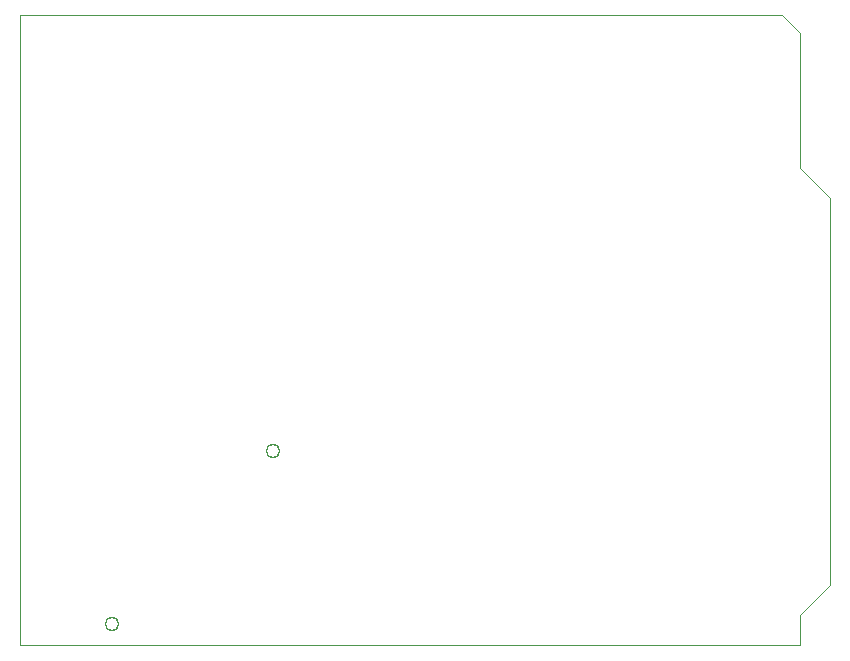
<source format=gbr>
%FSLAX44Y44*%
%OFA0.0000B0.0000*%
%SFA1B1*%
%MOMM*%
%ADD40C,0.0010X0.0000*%
%ADD45C,1.2630X1.0090X0.0000*%
%LNSILKSCREEN_BOTTOM*%
%LPD*%
G54D10*
G54D40*
X0Y0D2*
X660400Y0D1*
X660400Y0D2*
X660400Y25400D1*
X660400Y25400D2*
X685800Y50800D1*
X685800Y50800D2*
X685800Y378460D1*
X685800Y378460D2*
X660400Y403860D1*
X660400Y403860D2*
X660400Y518160D1*
X660400Y518160D2*
X645160Y533400D1*
X645160Y533400D2*
X0Y533400D1*
X0Y533400D2*
X0Y0D1*
X645160Y533400D2*
X0Y533400D1*
X660400Y518160D2*
X645160Y533400D1*
X660400Y403860D2*
X660400Y518160D1*
X685800Y378460D2*
X660400Y403860D1*
X685800Y50800D2*
X685800Y378460D1*
X660400Y25400D2*
X685800Y50800D1*
X660400Y0D2*
X660400Y25400D1*
X0Y0D2*
X660400Y0D1*
X0Y533400D2*
X0Y0D1*
G54D45*
X77978Y18288D3*
X214376Y164592D3*
M02*

</source>
